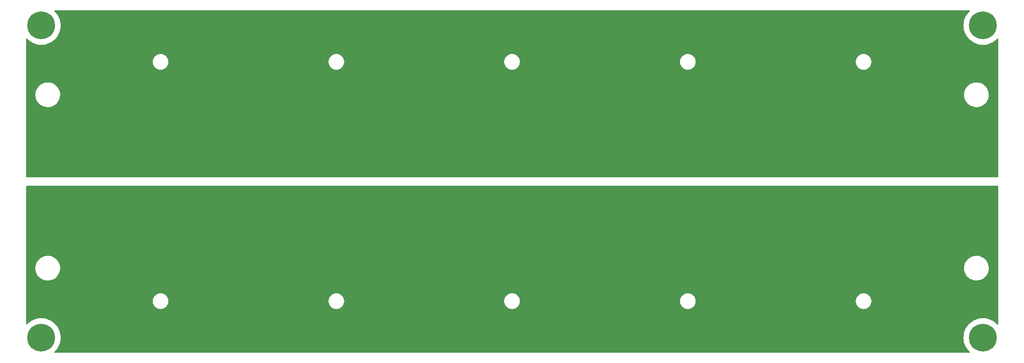
<source format=gbl>
G04 #@! TF.GenerationSoftware,KiCad,Pcbnew,7.0.8*
G04 #@! TF.CreationDate,2023-11-12T21:23:09-08:00*
G04 #@! TF.ProjectId,10p-battery-holder,3130702d-6261-4747-9465-72792d686f6c,V1*
G04 #@! TF.SameCoordinates,Original*
G04 #@! TF.FileFunction,Copper,L2,Bot*
G04 #@! TF.FilePolarity,Positive*
%FSLAX46Y46*%
G04 Gerber Fmt 4.6, Leading zero omitted, Abs format (unit mm)*
G04 Created by KiCad (PCBNEW 7.0.8) date 2023-11-12 21:23:09*
%MOMM*%
%LPD*%
G01*
G04 APERTURE LIST*
G04 #@! TA.AperFunction,ComponentPad*
%ADD10C,0.800000*%
G04 #@! TD*
G04 #@! TA.AperFunction,ComponentPad*
%ADD11C,6.400000*%
G04 #@! TD*
G04 #@! TA.AperFunction,ViaPad*
%ADD12C,0.762000*%
G04 #@! TD*
G04 APERTURE END LIST*
D10*
X258600000Y-126500000D03*
X259302944Y-124802944D03*
X259302944Y-128197056D03*
X261000000Y-124100000D03*
D11*
X261000000Y-126500000D03*
D10*
X261000000Y-128900000D03*
X262697056Y-124802944D03*
X262697056Y-128197056D03*
X263400000Y-126500000D03*
X258600000Y-54500000D03*
X259302944Y-52802944D03*
X259302944Y-56197056D03*
X261000000Y-52100000D03*
D11*
X261000000Y-54500000D03*
D10*
X261000000Y-56900000D03*
X262697056Y-52802944D03*
X262697056Y-56197056D03*
X263400000Y-54500000D03*
X41600000Y-54500000D03*
X42302944Y-52802944D03*
X42302944Y-56197056D03*
X44000000Y-52100000D03*
D11*
X44000000Y-54500000D03*
D10*
X44000000Y-56900000D03*
X45697056Y-52802944D03*
X45697056Y-56197056D03*
X46400000Y-54500000D03*
X41600000Y-126500000D03*
X42302944Y-124802944D03*
X42302944Y-128197056D03*
X44000000Y-124100000D03*
D11*
X44000000Y-126500000D03*
D10*
X44000000Y-128900000D03*
X45697056Y-124802944D03*
X45697056Y-128197056D03*
X46400000Y-126500000D03*
D12*
X52500000Y-75500000D03*
X55000000Y-83000000D03*
X47000000Y-66750000D03*
X60000000Y-52500000D03*
X145000000Y-58000000D03*
X250000000Y-58000000D03*
X252500000Y-60500000D03*
X237500000Y-60500000D03*
X181500000Y-52500000D03*
X117500000Y-85500000D03*
X47000000Y-75750000D03*
X175000000Y-58000000D03*
X67500000Y-80500000D03*
X152500000Y-55500000D03*
X122500000Y-80500000D03*
X62500000Y-70500000D03*
X102500000Y-70500000D03*
X204250000Y-54500000D03*
X170000000Y-88000000D03*
X167500000Y-60500000D03*
X42500000Y-60500000D03*
X85000000Y-88000000D03*
X165000000Y-73000000D03*
X177500000Y-85500000D03*
X155000000Y-73000000D03*
X121000000Y-52500000D03*
X75000000Y-63000000D03*
X172500000Y-70500000D03*
X256500000Y-75750000D03*
X167500000Y-80500000D03*
X177500000Y-80500000D03*
X182500000Y-55500000D03*
X202500000Y-60500000D03*
X258000000Y-75750000D03*
X230000000Y-83000000D03*
X227500000Y-85500000D03*
X160000000Y-58000000D03*
X55000000Y-53000000D03*
X110000000Y-78000000D03*
X132500000Y-55500000D03*
X67500000Y-85500000D03*
X75000000Y-58000000D03*
X140000000Y-88000000D03*
X48500000Y-66750000D03*
X144000000Y-55500000D03*
X124000000Y-53500000D03*
X197500000Y-65500000D03*
X118000000Y-55500000D03*
X220000000Y-73000000D03*
X65000000Y-73000000D03*
X240000000Y-83000000D03*
X90000000Y-83000000D03*
X137500000Y-60500000D03*
X107500000Y-85500000D03*
X162500000Y-65500000D03*
X70000000Y-73000000D03*
X97500000Y-60500000D03*
X200000000Y-73000000D03*
X210000000Y-58000000D03*
X167500000Y-85500000D03*
X200250000Y-52500000D03*
X255000000Y-83000000D03*
X240000000Y-78000000D03*
X205250000Y-55500000D03*
X255000000Y-68250000D03*
X195000000Y-83000000D03*
X162750000Y-55500000D03*
X41000000Y-74250000D03*
X63000000Y-55500000D03*
X165000000Y-63000000D03*
X256500000Y-68250000D03*
X60000000Y-88000000D03*
X190000000Y-88000000D03*
X141000000Y-52500000D03*
X145000000Y-68000000D03*
X140000000Y-53500000D03*
X150000000Y-63000000D03*
X67500000Y-75500000D03*
X62000000Y-54500000D03*
X135000000Y-78000000D03*
X185000000Y-68000000D03*
X130000000Y-73000000D03*
X230000000Y-78000000D03*
X172500000Y-60500000D03*
X152500000Y-75500000D03*
X158750000Y-53500000D03*
X255000000Y-53000000D03*
X92500000Y-75500000D03*
X127500000Y-85500000D03*
X84000000Y-55500000D03*
X127500000Y-55500000D03*
X259500000Y-66750000D03*
X47500000Y-60500000D03*
X130000000Y-58000000D03*
X205000000Y-78000000D03*
X195000000Y-53000000D03*
X180000000Y-68000000D03*
X152500000Y-80500000D03*
X237500000Y-85500000D03*
X132500000Y-60500000D03*
X42500000Y-68250000D03*
X55000000Y-68000000D03*
X222500000Y-70500000D03*
X102500000Y-65500000D03*
X78000000Y-53500000D03*
X225000000Y-58000000D03*
X190000000Y-68000000D03*
X48780468Y-70572377D03*
X100000000Y-88000000D03*
X262500000Y-72750000D03*
X85000000Y-68000000D03*
X115000000Y-58000000D03*
X115000000Y-63000000D03*
X120000000Y-78000000D03*
X217500000Y-55500000D03*
X125000000Y-83000000D03*
X137500000Y-75500000D03*
X41000000Y-75750000D03*
X180000000Y-63000000D03*
X242500000Y-80500000D03*
X117500000Y-60500000D03*
X155000000Y-58000000D03*
X252500000Y-75500000D03*
X41000000Y-71250000D03*
X85000000Y-63000000D03*
X45500000Y-66750000D03*
X157500000Y-85500000D03*
X260000000Y-78000000D03*
X261000000Y-74250000D03*
X105000000Y-73000000D03*
X125000000Y-58000000D03*
X237500000Y-75500000D03*
X42500000Y-74250000D03*
X170000000Y-83000000D03*
X212500000Y-75500000D03*
X217500000Y-85500000D03*
X47000000Y-65250000D03*
X119000000Y-54500000D03*
X180000000Y-73000000D03*
X135000000Y-53000000D03*
X105500000Y-53500000D03*
X225000000Y-83000000D03*
X79000000Y-54500000D03*
X202250000Y-54500000D03*
X237500000Y-55500000D03*
X44000000Y-75750000D03*
X187500000Y-65500000D03*
X192500000Y-80500000D03*
X97500000Y-70500000D03*
X184500000Y-53500000D03*
X104500000Y-54500000D03*
X204250000Y-52500000D03*
X232500000Y-65500000D03*
X141000000Y-54500000D03*
X160000000Y-88000000D03*
X62500000Y-75500000D03*
X264000000Y-71250000D03*
X255000000Y-75750000D03*
X192500000Y-60500000D03*
X232500000Y-75500000D03*
X262500000Y-65250000D03*
X264000000Y-65250000D03*
X79000000Y-52500000D03*
X42500000Y-75750000D03*
X65000000Y-58000000D03*
X222000000Y-54500000D03*
X102500000Y-54500000D03*
X232500000Y-70500000D03*
X77500000Y-60500000D03*
X123000000Y-54500000D03*
X60000000Y-78000000D03*
X182500000Y-85500000D03*
X150000000Y-83000000D03*
X85000000Y-58000000D03*
X242500000Y-70500000D03*
X259500000Y-65250000D03*
X175000000Y-68000000D03*
X159750000Y-52500000D03*
X101500000Y-53500000D03*
X256500000Y-65250000D03*
X132500000Y-65500000D03*
X165000000Y-68000000D03*
X180500000Y-53500000D03*
X195000000Y-88000000D03*
X165000000Y-78000000D03*
X167500000Y-55500000D03*
X222500000Y-75500000D03*
X48250000Y-80500000D03*
X192500000Y-75500000D03*
X41000000Y-72750000D03*
X163750000Y-54500000D03*
X107500000Y-75500000D03*
X80000000Y-68000000D03*
X110000000Y-73000000D03*
X195000000Y-58000000D03*
X60000000Y-54500000D03*
X62000000Y-52500000D03*
X210000000Y-53000000D03*
X255000000Y-63000000D03*
X225000000Y-53500000D03*
X99500000Y-55500000D03*
X81000000Y-52500000D03*
X237500000Y-80500000D03*
X235000000Y-83000000D03*
X110000000Y-88000000D03*
X230000000Y-73000000D03*
X142500000Y-85500000D03*
X222500000Y-85500000D03*
X205000000Y-63000000D03*
X105000000Y-83000000D03*
X240000000Y-88000000D03*
X90000000Y-53000000D03*
X160000000Y-73000000D03*
X205000000Y-83000000D03*
X55000000Y-63000000D03*
X90000000Y-73000000D03*
X41000000Y-68250000D03*
X225000000Y-73000000D03*
X237500000Y-70500000D03*
X72500000Y-60500000D03*
X57500000Y-55500000D03*
X264000000Y-69750000D03*
X207500000Y-65500000D03*
X155000000Y-78000000D03*
X48500000Y-75750000D03*
X47000000Y-74250000D03*
X261000000Y-75750000D03*
X250000000Y-88000000D03*
X230000000Y-63000000D03*
X155000000Y-53000000D03*
X100000000Y-58000000D03*
X182500000Y-80500000D03*
X170000000Y-58000000D03*
X230000000Y-68000000D03*
X87500000Y-75500000D03*
X230000000Y-53000000D03*
X142000000Y-53500000D03*
X155000000Y-63000000D03*
X140000000Y-68000000D03*
X142500000Y-80500000D03*
X262500000Y-74250000D03*
X42500000Y-85500000D03*
X50000000Y-72750000D03*
X187500000Y-60500000D03*
X225000000Y-55500000D03*
X95000000Y-68000000D03*
X125000000Y-68000000D03*
X220000000Y-58000000D03*
X202500000Y-70500000D03*
X112500000Y-70500000D03*
X120000000Y-68000000D03*
X252500000Y-85500000D03*
X235000000Y-68000000D03*
X75000000Y-88000000D03*
X255000000Y-74250000D03*
X127500000Y-75500000D03*
X212500000Y-85500000D03*
X67500000Y-65500000D03*
X115000000Y-68000000D03*
X226000000Y-54500000D03*
X52500000Y-70500000D03*
X99500000Y-53500000D03*
X72500000Y-55500000D03*
X50000000Y-53000000D03*
X80000000Y-78000000D03*
X112500000Y-80500000D03*
X125000000Y-78000000D03*
X160000000Y-63000000D03*
X250000000Y-73000000D03*
X242500000Y-85500000D03*
X90000000Y-68000000D03*
X256500000Y-72750000D03*
X105000000Y-63000000D03*
X50000000Y-78000000D03*
X137500000Y-55500000D03*
X77500000Y-80500000D03*
X112500000Y-85500000D03*
X84000000Y-53500000D03*
X162500000Y-75500000D03*
X109000000Y-63000000D03*
X48250000Y-85500000D03*
X80000000Y-83000000D03*
X177500000Y-60500000D03*
X147500000Y-70500000D03*
X52500000Y-80500000D03*
X65000000Y-55500000D03*
X100500000Y-52500000D03*
X243750000Y-55500000D03*
X210000000Y-83000000D03*
X52500000Y-60500000D03*
X80000000Y-53500000D03*
X50000000Y-74250000D03*
X59000000Y-53500000D03*
X160750000Y-53500000D03*
X199250000Y-55500000D03*
X122500000Y-65500000D03*
X50000000Y-66750000D03*
X201250000Y-55500000D03*
X224000000Y-52500000D03*
X212500000Y-60500000D03*
X187500000Y-85500000D03*
X140000000Y-55500000D03*
X118000000Y-53500000D03*
X107500000Y-65500000D03*
X215000000Y-53000000D03*
X160000000Y-68000000D03*
X87500000Y-65500000D03*
X44000000Y-65250000D03*
X144000000Y-53500000D03*
X103500000Y-55500000D03*
X190000000Y-58000000D03*
X145000000Y-83000000D03*
X75000000Y-73000000D03*
X242500000Y-75500000D03*
X245000000Y-63000000D03*
X177500000Y-65500000D03*
X190000000Y-78000000D03*
X105000000Y-68000000D03*
X240000000Y-63000000D03*
X207500000Y-75500000D03*
X95000000Y-78000000D03*
X117500000Y-70500000D03*
X142000000Y-55500000D03*
X112500000Y-65500000D03*
X130000000Y-88000000D03*
X252500000Y-55500000D03*
X150000000Y-58000000D03*
X172500000Y-65500000D03*
X165000000Y-88000000D03*
X147500000Y-85500000D03*
X222500000Y-60500000D03*
X241750000Y-55500000D03*
X65000000Y-78000000D03*
X197500000Y-75500000D03*
X203250000Y-53500000D03*
X239750000Y-55500000D03*
X210000000Y-88000000D03*
X62500000Y-60500000D03*
X170000000Y-63000000D03*
X120000000Y-63000000D03*
X70000000Y-78000000D03*
X142500000Y-65500000D03*
X264000000Y-74250000D03*
X186500000Y-53500000D03*
X235000000Y-88000000D03*
X44000000Y-74250000D03*
X217500000Y-60500000D03*
X70000000Y-83000000D03*
X82000000Y-53500000D03*
X50000000Y-71250000D03*
X247500000Y-75500000D03*
X115000000Y-83000000D03*
X140000000Y-73000000D03*
X65000000Y-68000000D03*
X60000000Y-73000000D03*
X87500000Y-85500000D03*
X42500000Y-72750000D03*
X232500000Y-80500000D03*
X252500000Y-80500000D03*
X256500000Y-74250000D03*
X147500000Y-80500000D03*
X62500000Y-80500000D03*
X67500000Y-70500000D03*
X152500000Y-65500000D03*
X65000000Y-53500000D03*
X180000000Y-78000000D03*
X100000000Y-83000000D03*
X212500000Y-70500000D03*
X102500000Y-60500000D03*
X110000000Y-53000000D03*
X195000000Y-68000000D03*
X72500000Y-65500000D03*
X235000000Y-78000000D03*
X52500000Y-55500000D03*
X162500000Y-80500000D03*
X205000000Y-73000000D03*
X162750000Y-53500000D03*
X117500000Y-65500000D03*
X95000000Y-73000000D03*
X202250000Y-52500000D03*
X217500000Y-80500000D03*
X170000000Y-73000000D03*
X223000000Y-55500000D03*
X120000000Y-83000000D03*
X255000000Y-71250000D03*
X127500000Y-70500000D03*
X202500000Y-65500000D03*
X240000000Y-68000000D03*
X80000000Y-58000000D03*
X115000000Y-88000000D03*
X180000000Y-58000000D03*
X245750000Y-53500000D03*
X220000000Y-88000000D03*
X245000000Y-68000000D03*
X117500000Y-75500000D03*
X215000000Y-88000000D03*
X41000000Y-69750000D03*
X135000000Y-63000000D03*
X75000000Y-53000000D03*
X92500000Y-60500000D03*
X180000000Y-83000000D03*
X140000000Y-83000000D03*
X186500000Y-55500000D03*
X117500000Y-80500000D03*
X164750000Y-55500000D03*
X70000000Y-88000000D03*
X255000000Y-72750000D03*
X123000000Y-52500000D03*
X257500000Y-60500000D03*
X147500000Y-60500000D03*
X112500000Y-75500000D03*
X245000000Y-83000000D03*
X82500000Y-60500000D03*
X202500000Y-75500000D03*
X50250000Y-83000000D03*
X200000000Y-78000000D03*
X225000000Y-78000000D03*
X177500000Y-70500000D03*
X130000000Y-68000000D03*
X92500000Y-80500000D03*
X50250000Y-88000000D03*
X90000000Y-88000000D03*
X258000000Y-66750000D03*
X146000000Y-55500000D03*
X100500000Y-54500000D03*
X135000000Y-58000000D03*
X72500000Y-70500000D03*
X181500000Y-54500000D03*
X167500000Y-70500000D03*
X227000000Y-53500000D03*
X120000000Y-88000000D03*
X124000000Y-55500000D03*
X120000000Y-55500000D03*
X57500000Y-85500000D03*
X115000000Y-73000000D03*
X252500000Y-65500000D03*
X240750000Y-52500000D03*
X182500000Y-65500000D03*
X70000000Y-68000000D03*
X161750000Y-52500000D03*
X127500000Y-60500000D03*
X64000000Y-54500000D03*
X227500000Y-80500000D03*
X60000000Y-63000000D03*
X48500000Y-74250000D03*
X167500000Y-75500000D03*
X85000000Y-73000000D03*
X43500000Y-83000000D03*
X172500000Y-75500000D03*
X187500000Y-80500000D03*
X226000000Y-52500000D03*
X185000000Y-78000000D03*
X237500000Y-65500000D03*
X207500000Y-60500000D03*
X132500000Y-70500000D03*
X250000000Y-68000000D03*
X110000000Y-83000000D03*
X110000000Y-68000000D03*
X235000000Y-53000000D03*
X217500000Y-70500000D03*
X82000000Y-55500000D03*
X143000000Y-54500000D03*
X190000000Y-53000000D03*
X48500000Y-65250000D03*
X70000000Y-58000000D03*
X264000000Y-72750000D03*
X75000000Y-78000000D03*
X215000000Y-63000000D03*
X112500000Y-55500000D03*
X235000000Y-73000000D03*
X155000000Y-83000000D03*
X100000000Y-63000000D03*
X50000000Y-75750000D03*
X82500000Y-80500000D03*
X185000000Y-88000000D03*
X87500000Y-60500000D03*
X50000000Y-69750000D03*
X232500000Y-55500000D03*
X215000000Y-68000000D03*
X62500000Y-65500000D03*
X261000000Y-65250000D03*
X255000000Y-58000000D03*
X207500000Y-85500000D03*
X225000000Y-63000000D03*
X220000000Y-83000000D03*
X192500000Y-65500000D03*
X147500000Y-65500000D03*
X243750000Y-53500000D03*
X239750000Y-53500000D03*
X177500000Y-55500000D03*
X132500000Y-85500000D03*
X87500000Y-80500000D03*
X175000000Y-73000000D03*
X185000000Y-83000000D03*
X60000000Y-83000000D03*
X232500000Y-85500000D03*
X200000000Y-58000000D03*
X207500000Y-70500000D03*
X207500000Y-55500000D03*
X221000000Y-55500000D03*
X165000000Y-58000000D03*
X236500000Y-63000000D03*
X217500000Y-65500000D03*
X192500000Y-85500000D03*
X43500000Y-88000000D03*
X135000000Y-73000000D03*
X232500000Y-60500000D03*
X157500000Y-65500000D03*
X67500000Y-55500000D03*
X130000000Y-63000000D03*
X245750000Y-55500000D03*
X175000000Y-63000000D03*
X105000000Y-58000000D03*
X104500000Y-52500000D03*
X247500000Y-60500000D03*
X183500000Y-54500000D03*
X150000000Y-73000000D03*
X41000000Y-65250000D03*
X182500000Y-60500000D03*
X157500000Y-70500000D03*
X145000000Y-54500000D03*
X264000000Y-75750000D03*
X143000000Y-52500000D03*
X172500000Y-80500000D03*
X192500000Y-70500000D03*
X217500000Y-75500000D03*
X250000000Y-78000000D03*
X150000000Y-88000000D03*
X130000000Y-78000000D03*
X105500000Y-55500000D03*
X127500000Y-65500000D03*
X77500000Y-75500000D03*
X158750000Y-55500000D03*
X67500000Y-60500000D03*
X185500000Y-52500000D03*
X57500000Y-80500000D03*
X172500000Y-85500000D03*
X100000000Y-68000000D03*
X130000000Y-53000000D03*
X155000000Y-88000000D03*
X197500000Y-60500000D03*
X72500000Y-75500000D03*
X247500000Y-65500000D03*
X122000000Y-55500000D03*
X135000000Y-68000000D03*
X175000000Y-78000000D03*
X115000000Y-53000000D03*
X212500000Y-65500000D03*
X145000000Y-52500000D03*
X197500000Y-80500000D03*
X247500000Y-55500000D03*
X147500000Y-75500000D03*
X95000000Y-53000000D03*
X81000000Y-54500000D03*
X85000000Y-83000000D03*
X197500000Y-85500000D03*
X95000000Y-63000000D03*
X195000000Y-78000000D03*
X190000000Y-63000000D03*
X190000000Y-83000000D03*
X57500000Y-60500000D03*
X107500000Y-60500000D03*
X68500000Y-63000000D03*
X42500000Y-80500000D03*
X170000000Y-53000000D03*
X192500000Y-55500000D03*
X260000000Y-62250000D03*
X80000000Y-88000000D03*
X65000000Y-63000000D03*
X142500000Y-75500000D03*
X258000000Y-65250000D03*
X160000000Y-83000000D03*
X264000000Y-66750000D03*
X103500000Y-53500000D03*
X260000000Y-83000000D03*
X262500000Y-88000000D03*
X80000000Y-73000000D03*
X55000000Y-78000000D03*
X207500000Y-80500000D03*
X212500000Y-55500000D03*
X92500000Y-70500000D03*
X145000000Y-78000000D03*
X162500000Y-70500000D03*
X62500000Y-85500000D03*
X258000000Y-74250000D03*
X202500000Y-80500000D03*
X52500000Y-65500000D03*
X242500000Y-60500000D03*
X150000000Y-78000000D03*
X142500000Y-70500000D03*
X261000000Y-66750000D03*
X210000000Y-73000000D03*
X245000000Y-88000000D03*
X200000000Y-88000000D03*
X122500000Y-85500000D03*
X250000000Y-53000000D03*
X97500000Y-75500000D03*
X77500000Y-85500000D03*
X57500000Y-75500000D03*
X110000000Y-58000000D03*
X172500000Y-55500000D03*
X157500000Y-60500000D03*
X183500000Y-52500000D03*
X77500000Y-70500000D03*
X244750000Y-54500000D03*
X78000000Y-55500000D03*
X140000000Y-78000000D03*
X184500000Y-55500000D03*
X122500000Y-60500000D03*
X245000000Y-78000000D03*
X221000000Y-53500000D03*
X255000000Y-66750000D03*
X220000000Y-63000000D03*
X122500000Y-75500000D03*
X262500000Y-75750000D03*
X83000000Y-54500000D03*
X222500000Y-65500000D03*
X210000000Y-68000000D03*
X100000000Y-73000000D03*
X82500000Y-65500000D03*
X60000000Y-68000000D03*
X42500000Y-66750000D03*
X262500000Y-60500000D03*
X200000000Y-68000000D03*
X170000000Y-78000000D03*
X196000000Y-63000000D03*
X224000000Y-54500000D03*
X220000000Y-78000000D03*
X147500000Y-55500000D03*
X210000000Y-63000000D03*
X85000000Y-78000000D03*
X200000000Y-83000000D03*
X97500000Y-55500000D03*
X127500000Y-80500000D03*
X262780468Y-70572377D03*
X145000000Y-73000000D03*
X48500000Y-72750000D03*
X157500000Y-76000000D03*
X125000000Y-63000000D03*
X61000000Y-55500000D03*
X162500000Y-60500000D03*
X262500000Y-86250000D03*
X65000000Y-83000000D03*
X241750000Y-53500000D03*
X227000000Y-55500000D03*
X42201451Y-70556250D03*
X140000000Y-58000000D03*
X190000000Y-73000000D03*
X64000000Y-52500000D03*
X259500000Y-75750000D03*
X215000000Y-83000000D03*
X115000000Y-78000000D03*
X152500000Y-85500000D03*
X72500000Y-80500000D03*
X175000000Y-53000000D03*
X195000000Y-73000000D03*
X107500000Y-80500000D03*
X102500000Y-52500000D03*
X83000000Y-52500000D03*
X82500000Y-70500000D03*
X155000000Y-68000000D03*
X205000000Y-68000000D03*
X48500000Y-68250000D03*
X107500000Y-70500000D03*
X201250000Y-53500000D03*
X50000000Y-58000000D03*
X77500000Y-65500000D03*
X120000000Y-73000000D03*
X142500000Y-60500000D03*
X240000000Y-73000000D03*
X230000000Y-58000000D03*
X175000000Y-83000000D03*
X82500000Y-85500000D03*
X187500000Y-70500000D03*
X82500000Y-75500000D03*
X97500000Y-65500000D03*
X135000000Y-88000000D03*
X185000000Y-73000000D03*
X182500000Y-75500000D03*
X101500000Y-55500000D03*
X235000000Y-58000000D03*
X70000000Y-53000000D03*
X105000000Y-78000000D03*
X137500000Y-65500000D03*
X90000000Y-58000000D03*
X165000000Y-83000000D03*
X120000000Y-53500000D03*
X162500000Y-85500000D03*
X65000000Y-88000000D03*
X215000000Y-58000000D03*
X137500000Y-85500000D03*
X45500000Y-74250000D03*
X57500000Y-70500000D03*
X137500000Y-70500000D03*
X95000000Y-83000000D03*
X167500000Y-65500000D03*
X120000000Y-58000000D03*
X257500000Y-80500000D03*
X55000000Y-58000000D03*
X215000000Y-78000000D03*
X262500000Y-68250000D03*
X245000000Y-58000000D03*
X125000000Y-88000000D03*
X250000000Y-83000000D03*
X212500000Y-80500000D03*
X247500000Y-85500000D03*
X256500000Y-66750000D03*
X245000000Y-73000000D03*
X119000000Y-52500000D03*
X222500000Y-80500000D03*
X92500000Y-55500000D03*
X161750000Y-54500000D03*
X220000000Y-68000000D03*
X242750000Y-54500000D03*
X122000000Y-53500000D03*
X45000000Y-61500000D03*
X205000000Y-88000000D03*
X160000000Y-78000000D03*
X199250000Y-53500000D03*
X97500000Y-80500000D03*
X182500000Y-70500000D03*
X185500000Y-54500000D03*
X222000000Y-52500000D03*
X203250000Y-55500000D03*
X63000000Y-53500000D03*
X227500000Y-65500000D03*
X223000000Y-53500000D03*
X121000000Y-54500000D03*
X72500000Y-85500000D03*
X59000000Y-55500000D03*
X112500000Y-60500000D03*
X255000000Y-78000000D03*
X145000000Y-63000000D03*
X107500000Y-55500000D03*
X132500000Y-80500000D03*
X185000000Y-58000000D03*
X152500000Y-70500000D03*
X200250000Y-54500000D03*
X102500000Y-80500000D03*
X145000000Y-88000000D03*
X55000000Y-88000000D03*
X90000000Y-63000000D03*
X182500000Y-53500000D03*
X102500000Y-75500000D03*
X44000000Y-66750000D03*
X180000000Y-88000000D03*
X255000000Y-88000000D03*
X159750000Y-54500000D03*
X197500000Y-55500000D03*
X205000000Y-58000000D03*
X247500000Y-70500000D03*
X227500000Y-60500000D03*
X75000000Y-83000000D03*
X41000000Y-66750000D03*
X55000000Y-73000000D03*
X57500000Y-65500000D03*
X45500000Y-75750000D03*
X240750000Y-54500000D03*
X180500000Y-55500000D03*
X255000000Y-69750000D03*
X197500000Y-70500000D03*
X262500000Y-66750000D03*
X92500000Y-85500000D03*
X262500000Y-80500000D03*
X256201451Y-70556250D03*
X264000000Y-68250000D03*
X242500000Y-65500000D03*
X60000000Y-58000000D03*
X227500000Y-70500000D03*
X200000000Y-63000000D03*
X205250000Y-53500000D03*
X92500000Y-65500000D03*
X97500000Y-85500000D03*
X50000000Y-63000000D03*
X150000000Y-53000000D03*
X230000000Y-88000000D03*
X42500000Y-65250000D03*
X164750000Y-53500000D03*
X90000000Y-78000000D03*
X87500000Y-70500000D03*
X146000000Y-53500000D03*
X45500000Y-65250000D03*
X52500000Y-85500000D03*
X225000000Y-68000000D03*
X102500000Y-85500000D03*
X45000000Y-78000000D03*
X240000000Y-58000000D03*
X61000000Y-53500000D03*
X135000000Y-83000000D03*
X244750000Y-52500000D03*
X259500000Y-74250000D03*
X105000000Y-88000000D03*
X247500000Y-80500000D03*
X252500000Y-70500000D03*
X152500000Y-60500000D03*
X185000000Y-63000000D03*
X225000000Y-88000000D03*
X100000000Y-78000000D03*
X157500000Y-80500000D03*
X140000000Y-63000000D03*
X227500000Y-75500000D03*
X87500000Y-55500000D03*
X95000000Y-58000000D03*
X175000000Y-88000000D03*
X130000000Y-83000000D03*
X210000000Y-78000000D03*
X50000000Y-65250000D03*
X242750000Y-52500000D03*
X215000000Y-73000000D03*
X95000000Y-88000000D03*
X80000000Y-55500000D03*
X170000000Y-68000000D03*
X187500000Y-75500000D03*
X150000000Y-68000000D03*
X122500000Y-70500000D03*
X202500000Y-85500000D03*
X75000000Y-68000000D03*
X163750000Y-52500000D03*
X177500000Y-75500000D03*
X125000000Y-73000000D03*
X255000000Y-65250000D03*
X137500000Y-80500000D03*
X160750000Y-55500000D03*
X250000000Y-63000000D03*
X50000000Y-68250000D03*
X132500000Y-75500000D03*
X80000000Y-63000000D03*
X220000000Y-108000000D03*
X225000000Y-98000000D03*
X200250000Y-127500000D03*
X48500000Y-112750000D03*
X264000000Y-115750000D03*
X185000000Y-108000000D03*
X190000000Y-93000000D03*
X240000000Y-98000000D03*
X250000000Y-93000000D03*
X250000000Y-98000000D03*
X256500000Y-114250000D03*
X212500000Y-105500000D03*
X60000000Y-98000000D03*
X195000000Y-123000000D03*
X68500000Y-118000000D03*
X140000000Y-93000000D03*
X160750000Y-126500000D03*
X252500000Y-95500000D03*
X112500000Y-105500000D03*
X87500000Y-120500000D03*
X232500000Y-100500000D03*
X70000000Y-93000000D03*
X137500000Y-115500000D03*
X57500000Y-110500000D03*
X63250000Y-126500000D03*
X258000000Y-115750000D03*
X142500000Y-120500000D03*
X215000000Y-98000000D03*
X90000000Y-93000000D03*
X155000000Y-118000000D03*
X159750000Y-125500000D03*
X52500000Y-100500000D03*
X60250000Y-127500000D03*
X205250000Y-128500000D03*
X197500000Y-110500000D03*
X122500000Y-105500000D03*
X130000000Y-128000000D03*
X50000000Y-123000000D03*
X95000000Y-93000000D03*
X112500000Y-95500000D03*
X170000000Y-113000000D03*
X117500000Y-100500000D03*
X60000000Y-103000000D03*
X80750000Y-127500000D03*
X230000000Y-128000000D03*
X81750000Y-126500000D03*
X210000000Y-93000000D03*
X162500000Y-110500000D03*
X223000000Y-126500000D03*
X192500000Y-120500000D03*
X140000000Y-118000000D03*
X215000000Y-113000000D03*
X264000000Y-112750000D03*
X70000000Y-103000000D03*
X217500000Y-95500000D03*
X167500000Y-120500000D03*
X185000000Y-113000000D03*
X226000000Y-127500000D03*
X44000000Y-114250000D03*
X200000000Y-108000000D03*
X162750000Y-126500000D03*
X227500000Y-115500000D03*
X161750000Y-125500000D03*
X200000000Y-118000000D03*
X95000000Y-98000000D03*
X122250000Y-126500000D03*
X170000000Y-108000000D03*
X222000000Y-127500000D03*
X162500000Y-95500000D03*
X117500000Y-120500000D03*
X230000000Y-108000000D03*
X92500000Y-95500000D03*
X48250000Y-95500000D03*
X245000000Y-108000000D03*
X67500000Y-100500000D03*
X145000000Y-118000000D03*
X200250000Y-125500000D03*
X85000000Y-93000000D03*
X127500000Y-110500000D03*
X72500000Y-105500000D03*
X107500000Y-115500000D03*
X75000000Y-128000000D03*
X262500000Y-112750000D03*
X203250000Y-126500000D03*
X135000000Y-108000000D03*
X85000000Y-113000000D03*
X61250000Y-128500000D03*
X77500000Y-110500000D03*
X122500000Y-120500000D03*
X65000000Y-93000000D03*
X205000000Y-93000000D03*
X121250000Y-127500000D03*
X112500000Y-120500000D03*
X262500000Y-95500000D03*
X72500000Y-110500000D03*
X182500000Y-105500000D03*
X205000000Y-118000000D03*
X212500000Y-100500000D03*
X225000000Y-113000000D03*
X260000000Y-98000000D03*
X262500000Y-100500000D03*
X222000000Y-125500000D03*
X64250000Y-127500000D03*
X97500000Y-120500000D03*
X227500000Y-100500000D03*
X256500000Y-108250000D03*
X150000000Y-128000000D03*
X157500000Y-95500000D03*
X243750000Y-126500000D03*
X207500000Y-100500000D03*
X160000000Y-98000000D03*
X195000000Y-108000000D03*
X172500000Y-95500000D03*
X172500000Y-115500000D03*
X105500000Y-128500000D03*
X45000000Y-103000000D03*
X47000000Y-115750000D03*
X225000000Y-108000000D03*
X70000000Y-108000000D03*
X230000000Y-123000000D03*
X62500000Y-115500000D03*
X150000000Y-103000000D03*
X55000000Y-113000000D03*
X72500000Y-120500000D03*
X92500000Y-105500000D03*
X137500000Y-100500000D03*
X50250000Y-93000000D03*
X203250000Y-128500000D03*
X210000000Y-98000000D03*
X150000000Y-118000000D03*
X202500000Y-105500000D03*
X82500000Y-115500000D03*
X205000000Y-113000000D03*
X60000000Y-113000000D03*
X215000000Y-108000000D03*
X235000000Y-123000000D03*
X95000000Y-123000000D03*
X175000000Y-123000000D03*
X47000000Y-105250000D03*
X165000000Y-113000000D03*
X85000000Y-103000000D03*
X112500000Y-110500000D03*
X79750000Y-128500000D03*
X185000000Y-123000000D03*
X177500000Y-95500000D03*
X42500000Y-105250000D03*
X262500000Y-115750000D03*
X255000000Y-114250000D03*
X102500000Y-105500000D03*
X130000000Y-98000000D03*
X162500000Y-100500000D03*
X44000000Y-115750000D03*
X217500000Y-125500000D03*
X247500000Y-105500000D03*
X147500000Y-95500000D03*
X180500000Y-126500000D03*
X83750000Y-128500000D03*
X52500000Y-125500000D03*
X165000000Y-103000000D03*
X172500000Y-100500000D03*
X202250000Y-125500000D03*
X181500000Y-125500000D03*
X127500000Y-115500000D03*
X65250000Y-126500000D03*
X195000000Y-128000000D03*
X222500000Y-95500000D03*
X162500000Y-120500000D03*
X157500000Y-120500000D03*
X147500000Y-100500000D03*
X185000000Y-98000000D03*
X212500000Y-115500000D03*
X207500000Y-115500000D03*
X212500000Y-120500000D03*
X125000000Y-108000000D03*
X255000000Y-112750000D03*
X245000000Y-113000000D03*
X255000000Y-108250000D03*
X240750000Y-125500000D03*
X67500000Y-120500000D03*
X135000000Y-113000000D03*
X210000000Y-128000000D03*
X240000000Y-123000000D03*
X158750000Y-126500000D03*
X60250000Y-125500000D03*
X50000000Y-105250000D03*
X170000000Y-103000000D03*
X262500000Y-105250000D03*
X217500000Y-115500000D03*
X255000000Y-118000000D03*
X200000000Y-103000000D03*
X50000000Y-128000000D03*
X235000000Y-103000000D03*
X120000000Y-118000000D03*
X123250000Y-125500000D03*
X200000000Y-98000000D03*
X250000000Y-108000000D03*
X72500000Y-100500000D03*
X235000000Y-108000000D03*
X232500000Y-95500000D03*
X177500000Y-105500000D03*
X257500000Y-120500000D03*
X252500000Y-110500000D03*
X78750000Y-127500000D03*
X52500000Y-120500000D03*
X250000000Y-123000000D03*
X259500000Y-115750000D03*
X210000000Y-103000000D03*
X60000000Y-123000000D03*
X77500000Y-120500000D03*
X255000000Y-111250000D03*
X247500000Y-115500000D03*
X70000000Y-128000000D03*
X110000000Y-123000000D03*
X145000000Y-98000000D03*
X155000000Y-123000000D03*
X252500000Y-100500000D03*
X185500000Y-125500000D03*
X252500000Y-115500000D03*
X199250000Y-128500000D03*
X264000000Y-111250000D03*
X184500000Y-128500000D03*
X65000000Y-118000000D03*
X41000000Y-115750000D03*
X175000000Y-98000000D03*
X120000000Y-98000000D03*
X90000000Y-98000000D03*
X100000000Y-93000000D03*
X222500000Y-105500000D03*
X242500000Y-120500000D03*
X225000000Y-123000000D03*
X220000000Y-113000000D03*
X92500000Y-100500000D03*
X72500000Y-95500000D03*
X90000000Y-123000000D03*
X110000000Y-128000000D03*
X240000000Y-103000000D03*
X80000000Y-108000000D03*
X187500000Y-115500000D03*
X105500000Y-126500000D03*
X167500000Y-105500000D03*
X225000000Y-126500000D03*
X250000000Y-103000000D03*
X222500000Y-100500000D03*
X240000000Y-93000000D03*
X150000000Y-113000000D03*
X247500000Y-125500000D03*
X205000000Y-108000000D03*
X60000000Y-108000000D03*
X85000000Y-98000000D03*
X204250000Y-127500000D03*
X222500000Y-115500000D03*
X57500000Y-105500000D03*
X222500000Y-110500000D03*
X157500000Y-125500000D03*
X70000000Y-98000000D03*
X177500000Y-100500000D03*
X190000000Y-113000000D03*
X125000000Y-103000000D03*
X242750000Y-127500000D03*
X99500000Y-128500000D03*
X45000000Y-118750000D03*
X237500000Y-105500000D03*
X140000000Y-128500000D03*
X135000000Y-98000000D03*
X217500000Y-100500000D03*
X197500000Y-115500000D03*
X97500000Y-105500000D03*
X120250000Y-126500000D03*
X187500000Y-105500000D03*
X127500000Y-125500000D03*
X190000000Y-128000000D03*
X75000000Y-103000000D03*
X50000000Y-109750000D03*
X230000000Y-113000000D03*
X52500000Y-115500000D03*
X183500000Y-127500000D03*
X197500000Y-120500000D03*
X42500000Y-115750000D03*
X90000000Y-118000000D03*
X75000000Y-113000000D03*
X181500000Y-127500000D03*
X182500000Y-115500000D03*
X122250000Y-128500000D03*
X237500000Y-95500000D03*
X241750000Y-126500000D03*
X57500000Y-100500000D03*
X264000000Y-105250000D03*
X172500000Y-105500000D03*
X127500000Y-120500000D03*
X172500000Y-110500000D03*
X212500000Y-125500000D03*
X120000000Y-108000000D03*
X135000000Y-103000000D03*
X42201451Y-110556250D03*
X120000000Y-113000000D03*
X239750000Y-126500000D03*
X122500000Y-115500000D03*
X143000000Y-127500000D03*
X119250000Y-125500000D03*
X247500000Y-95500000D03*
X145000000Y-93000000D03*
X140000000Y-108000000D03*
X75000000Y-123000000D03*
X61250000Y-126500000D03*
X77500000Y-115500000D03*
X140000000Y-126500000D03*
X223000000Y-128500000D03*
X187500000Y-95500000D03*
X82500000Y-95500000D03*
X220000000Y-93000000D03*
X264000000Y-106750000D03*
X177500000Y-110500000D03*
X217500000Y-120500000D03*
X232500000Y-105500000D03*
X50000000Y-112750000D03*
X55000000Y-93000000D03*
X130000000Y-103000000D03*
X82750000Y-127500000D03*
X177500000Y-115500000D03*
X41000000Y-111250000D03*
X144000000Y-128500000D03*
X220000000Y-118000000D03*
X120000000Y-93000000D03*
X97500000Y-125500000D03*
X62500000Y-105500000D03*
X163750000Y-127500000D03*
X225000000Y-103000000D03*
X175000000Y-103000000D03*
X215000000Y-103000000D03*
X162500000Y-115500000D03*
X252500000Y-120500000D03*
X150000000Y-93000000D03*
X123250000Y-127500000D03*
X100000000Y-118000000D03*
X118250000Y-126500000D03*
X170000000Y-128000000D03*
X260000000Y-103000000D03*
X50000000Y-103000000D03*
X264000000Y-108250000D03*
X115000000Y-113000000D03*
X145000000Y-123000000D03*
X97500000Y-95500000D03*
X125000000Y-118000000D03*
X237500000Y-120500000D03*
X79750000Y-126500000D03*
X235000000Y-98000000D03*
X60000000Y-118000000D03*
X175000000Y-93000000D03*
X50000000Y-118000000D03*
X255000000Y-109750000D03*
X163750000Y-125500000D03*
X102500000Y-110500000D03*
X44000000Y-105250000D03*
X75000000Y-118000000D03*
X107500000Y-125500000D03*
X77750000Y-128500000D03*
X180000000Y-98000000D03*
X227000000Y-126500000D03*
X261000000Y-115750000D03*
X155000000Y-98000000D03*
X264000000Y-114250000D03*
X50000000Y-98000000D03*
X230000000Y-93000000D03*
X102500000Y-125500000D03*
X52500000Y-110500000D03*
X48500000Y-114250000D03*
X215000000Y-93000000D03*
X100000000Y-123000000D03*
X87500000Y-110500000D03*
X177500000Y-125500000D03*
X207500000Y-95500000D03*
X80000000Y-113000000D03*
X110000000Y-93000000D03*
X124250000Y-126500000D03*
X72500000Y-125500000D03*
X41000000Y-109750000D03*
X132500000Y-115500000D03*
X245000000Y-103000000D03*
X187500000Y-120500000D03*
X195000000Y-113000000D03*
X99500000Y-126500000D03*
X225000000Y-128500000D03*
X85000000Y-118000000D03*
X259500000Y-106750000D03*
X162750000Y-128500000D03*
X207500000Y-105500000D03*
X227000000Y-128500000D03*
X202500000Y-115500000D03*
X165000000Y-123000000D03*
X120250000Y-128500000D03*
X247500000Y-120500000D03*
X117500000Y-110500000D03*
X82750000Y-125500000D03*
X70000000Y-123000000D03*
X112500000Y-115500000D03*
X87500000Y-95500000D03*
X47500000Y-100500000D03*
X250000000Y-128000000D03*
X112500000Y-125500000D03*
X256201451Y-110556250D03*
X130000000Y-93000000D03*
X82500000Y-105500000D03*
X80000000Y-123000000D03*
X57500000Y-95500000D03*
X237500000Y-110500000D03*
X102500000Y-95500000D03*
X59250000Y-128500000D03*
X255000000Y-115750000D03*
X41000000Y-106750000D03*
X77500000Y-100500000D03*
X256500000Y-106750000D03*
X210000000Y-113000000D03*
X144000000Y-126500000D03*
X165000000Y-98000000D03*
X101500000Y-126500000D03*
X92500000Y-115500000D03*
X200000000Y-113000000D03*
X152500000Y-120500000D03*
X215000000Y-123000000D03*
X120000000Y-103000000D03*
X104500000Y-127500000D03*
X122500000Y-110500000D03*
X107500000Y-110500000D03*
X97500000Y-110500000D03*
X142500000Y-100500000D03*
X55000000Y-98000000D03*
X230000000Y-118000000D03*
X244750000Y-125500000D03*
X230000000Y-98000000D03*
X45500000Y-114250000D03*
X67500000Y-125500000D03*
X180000000Y-103000000D03*
X132500000Y-120500000D03*
X48780468Y-110572377D03*
X42500000Y-112750000D03*
X127500000Y-100500000D03*
X90000000Y-113000000D03*
X242500000Y-115500000D03*
X43500000Y-98000000D03*
X90000000Y-108000000D03*
X180000000Y-93000000D03*
X170000000Y-118000000D03*
X122500000Y-95500000D03*
X117500000Y-95500000D03*
X146000000Y-126500000D03*
X145000000Y-125500000D03*
X102500000Y-127500000D03*
X115000000Y-128000000D03*
X177500000Y-120500000D03*
X48500000Y-115750000D03*
X175000000Y-118000000D03*
X41000000Y-114250000D03*
X65250000Y-128500000D03*
X146000000Y-128500000D03*
X245750000Y-126500000D03*
X72500000Y-115500000D03*
X150000000Y-108000000D03*
X202250000Y-127500000D03*
X142500000Y-110500000D03*
X182500000Y-126500000D03*
X87500000Y-100500000D03*
X105000000Y-103000000D03*
X65000000Y-113000000D03*
X199250000Y-126500000D03*
X207500000Y-120500000D03*
X210000000Y-118000000D03*
X197500000Y-95500000D03*
X157500000Y-100500000D03*
X255000000Y-103000000D03*
X127500000Y-105500000D03*
X212500000Y-110500000D03*
X167500000Y-100500000D03*
X41000000Y-112750000D03*
X164750000Y-126500000D03*
X187500000Y-100500000D03*
X202500000Y-100500000D03*
X152500000Y-115500000D03*
X65000000Y-98000000D03*
X150000000Y-98000000D03*
X152500000Y-100500000D03*
X105000000Y-118000000D03*
X60000000Y-93000000D03*
X245750000Y-128500000D03*
X250000000Y-118000000D03*
X103500000Y-126500000D03*
X200000000Y-93000000D03*
X185000000Y-118000000D03*
X200000000Y-123000000D03*
X41000000Y-105250000D03*
X152500000Y-125500000D03*
X175000000Y-113000000D03*
X180000000Y-118000000D03*
X167500000Y-110500000D03*
X52500000Y-105500000D03*
X141000000Y-127500000D03*
X50000000Y-114250000D03*
X120000000Y-123000000D03*
X122500000Y-100500000D03*
X256500000Y-115750000D03*
X125000000Y-98000000D03*
X118250000Y-128500000D03*
X95000000Y-108000000D03*
X80000000Y-98000000D03*
X124250000Y-128500000D03*
X101500000Y-128500000D03*
X180000000Y-123000000D03*
X152500000Y-105500000D03*
X145000000Y-108000000D03*
X52500000Y-95500000D03*
X250000000Y-113000000D03*
X117500000Y-105500000D03*
X255000000Y-123000000D03*
X121250000Y-125500000D03*
X137500000Y-105500000D03*
X115000000Y-103000000D03*
X261000000Y-114250000D03*
X207500000Y-125500000D03*
X47000000Y-106750000D03*
X67500000Y-95500000D03*
X62500000Y-100500000D03*
X205250000Y-126500000D03*
X184500000Y-126500000D03*
X143000000Y-125500000D03*
X105000000Y-123000000D03*
X201250000Y-128500000D03*
X85000000Y-108000000D03*
X105000000Y-108000000D03*
X130000000Y-123000000D03*
X48500000Y-108250000D03*
X50000000Y-106750000D03*
X232500000Y-110500000D03*
X259500000Y-114250000D03*
X140000000Y-103000000D03*
X80750000Y-125500000D03*
X50000000Y-108250000D03*
X240000000Y-118000000D03*
X102500000Y-120500000D03*
X65000000Y-108000000D03*
X261000000Y-105250000D03*
X165000000Y-108000000D03*
X87500000Y-125500000D03*
X48500000Y-106750000D03*
X167500000Y-115500000D03*
X221000000Y-128500000D03*
X262500000Y-114250000D03*
X227500000Y-105500000D03*
X105000000Y-93000000D03*
X257500000Y-100500000D03*
X242500000Y-100500000D03*
X100000000Y-103000000D03*
X221000000Y-126500000D03*
X210000000Y-108000000D03*
X182500000Y-110500000D03*
X175000000Y-128000000D03*
X100000000Y-98000000D03*
X183500000Y-125500000D03*
X137500000Y-120500000D03*
X119250000Y-127500000D03*
X135000000Y-118000000D03*
X132500000Y-95500000D03*
X42500000Y-100500000D03*
X240000000Y-113000000D03*
X242500000Y-110500000D03*
X201250000Y-126500000D03*
X142000000Y-126500000D03*
X252500000Y-125500000D03*
X130000000Y-113000000D03*
X145000000Y-113000000D03*
X187500000Y-110500000D03*
X107500000Y-95500000D03*
X160000000Y-113000000D03*
X41000000Y-108250000D03*
X217500000Y-105500000D03*
X182500000Y-120500000D03*
X252500000Y-105500000D03*
X82500000Y-100500000D03*
X190000000Y-108000000D03*
X135000000Y-93000000D03*
X157500000Y-115500000D03*
X160000000Y-93000000D03*
X145000000Y-103000000D03*
X55000000Y-118000000D03*
X104500000Y-125500000D03*
X97500000Y-115500000D03*
X237500000Y-115500000D03*
X55000000Y-103000000D03*
X95000000Y-103000000D03*
X155000000Y-93000000D03*
X103500000Y-128500000D03*
X67500000Y-115500000D03*
X240750000Y-127500000D03*
X230000000Y-103000000D03*
X170000000Y-93000000D03*
X62500000Y-120500000D03*
X45500000Y-105250000D03*
X50000000Y-115750000D03*
X125000000Y-123000000D03*
X100500000Y-127500000D03*
X197500000Y-125500000D03*
X160000000Y-118000000D03*
X185000000Y-93000000D03*
X245000000Y-93000000D03*
X160750000Y-128500000D03*
X81750000Y-128500000D03*
X80000000Y-118000000D03*
X90000000Y-103000000D03*
X42500000Y-106750000D03*
X157500000Y-110500000D03*
X108500000Y-118000000D03*
X260000000Y-118750000D03*
X232500000Y-115500000D03*
X225000000Y-118000000D03*
X244750000Y-127500000D03*
X167500000Y-95500000D03*
X232500000Y-120500000D03*
X57500000Y-125500000D03*
X82500000Y-110500000D03*
X62500000Y-95500000D03*
X220000000Y-123000000D03*
X55000000Y-123000000D03*
X82500000Y-120500000D03*
X170000000Y-98000000D03*
X92500000Y-125500000D03*
X42500000Y-108250000D03*
X55000000Y-128000000D03*
X205000000Y-123000000D03*
X140000000Y-113000000D03*
X247500000Y-110500000D03*
X115000000Y-123000000D03*
X180500000Y-128500000D03*
X212500000Y-95500000D03*
X155000000Y-103000000D03*
X110000000Y-103000000D03*
X215000000Y-118000000D03*
X150000000Y-123000000D03*
X182500000Y-100500000D03*
X202500000Y-120500000D03*
X227500000Y-95500000D03*
X242750000Y-125500000D03*
X197500000Y-100500000D03*
X159750000Y-127500000D03*
X102500000Y-115500000D03*
X192500000Y-125500000D03*
X75000000Y-93000000D03*
X105000000Y-98000000D03*
X262500000Y-120500000D03*
X67500000Y-110500000D03*
X258000000Y-106750000D03*
X258000000Y-105250000D03*
X48500000Y-105250000D03*
X235000000Y-128000000D03*
X137500000Y-125500000D03*
X185000000Y-103000000D03*
X64250000Y-125500000D03*
X237500000Y-125500000D03*
X190000000Y-123000000D03*
X140000000Y-123000000D03*
X180000000Y-108000000D03*
X130000000Y-108000000D03*
X75000000Y-108000000D03*
X115000000Y-98000000D03*
X47500000Y-120500000D03*
X130000000Y-118000000D03*
X162500000Y-105500000D03*
X142000000Y-128500000D03*
X102500000Y-100500000D03*
X255000000Y-128000000D03*
X237500000Y-100500000D03*
X142500000Y-105500000D03*
X262500000Y-108250000D03*
X160000000Y-108000000D03*
X205000000Y-103000000D03*
X50000000Y-111250000D03*
X42500000Y-95500000D03*
X83750000Y-126500000D03*
X227500000Y-110500000D03*
X145000000Y-127500000D03*
X57500000Y-120500000D03*
X100000000Y-113000000D03*
X247500000Y-100500000D03*
X67500000Y-105500000D03*
X256500000Y-105250000D03*
X155000000Y-128000000D03*
X95000000Y-113000000D03*
X80000000Y-93000000D03*
X160000000Y-123000000D03*
X204250000Y-125500000D03*
X245000000Y-123000000D03*
X65000000Y-103000000D03*
X202500000Y-95500000D03*
X225000000Y-93000000D03*
X235000000Y-113000000D03*
X232500000Y-125500000D03*
X215000000Y-128000000D03*
X92500000Y-120500000D03*
X100500000Y-125500000D03*
X157500000Y-105500000D03*
X220000000Y-98000000D03*
X132500000Y-100500000D03*
X95000000Y-128000000D03*
X186500000Y-128500000D03*
X140000000Y-98000000D03*
X57500000Y-115500000D03*
X186500000Y-126500000D03*
X197500000Y-105500000D03*
X95000000Y-118000000D03*
X92500000Y-110500000D03*
X160000000Y-103000000D03*
X255000000Y-98000000D03*
X262780468Y-110572377D03*
X43500000Y-93000000D03*
X182500000Y-95500000D03*
X152500000Y-110500000D03*
X165000000Y-118000000D03*
X42500000Y-120500000D03*
X137500000Y-110500000D03*
X80000000Y-103000000D03*
X65000000Y-123000000D03*
X45500000Y-106750000D03*
X242500000Y-105500000D03*
X125000000Y-113000000D03*
X44000000Y-106750000D03*
X264000000Y-109750000D03*
X245000000Y-98000000D03*
X164750000Y-128500000D03*
X127500000Y-95500000D03*
X207500000Y-110500000D03*
X172500000Y-125500000D03*
X182500000Y-128500000D03*
X258000000Y-114250000D03*
X105000000Y-113000000D03*
X262500000Y-106750000D03*
X85000000Y-123000000D03*
X141000000Y-125500000D03*
X195000000Y-93000000D03*
X62500000Y-110500000D03*
X59250000Y-126500000D03*
X77500000Y-105500000D03*
X77500000Y-95500000D03*
X107500000Y-105500000D03*
X42500000Y-114250000D03*
X90000000Y-128000000D03*
X170000000Y-123000000D03*
X242500000Y-95500000D03*
X180000000Y-113000000D03*
X192500000Y-110500000D03*
X195000000Y-98000000D03*
X235000000Y-93000000D03*
X165000000Y-93000000D03*
X243750000Y-128500000D03*
X224000000Y-127500000D03*
X45500000Y-115750000D03*
X210000000Y-123000000D03*
X259500000Y-105250000D03*
X47000000Y-114250000D03*
X205000000Y-98000000D03*
X107500000Y-100500000D03*
X222500000Y-120500000D03*
X172500000Y-120500000D03*
X117500000Y-115500000D03*
X236500000Y-118000000D03*
X185500000Y-127500000D03*
X190000000Y-118000000D03*
X195500000Y-118000000D03*
X87500000Y-115500000D03*
X132500000Y-105500000D03*
X55000000Y-108000000D03*
X115000000Y-118000000D03*
X135000000Y-123000000D03*
X142500000Y-95500000D03*
X142500000Y-115500000D03*
X255000000Y-105250000D03*
X87500000Y-105500000D03*
X241750000Y-128500000D03*
X132500000Y-110500000D03*
X110000000Y-98000000D03*
X192500000Y-105500000D03*
X63250000Y-128500000D03*
X256500000Y-112750000D03*
X75000000Y-98000000D03*
X125000000Y-93000000D03*
X155000000Y-113000000D03*
X195000000Y-103000000D03*
X115000000Y-108000000D03*
X70000000Y-113000000D03*
X190000000Y-98000000D03*
X135000000Y-128000000D03*
X217500000Y-110500000D03*
X115000000Y-93000000D03*
X137500000Y-95500000D03*
X110000000Y-108000000D03*
X78750000Y-125500000D03*
X227500000Y-120500000D03*
X202500000Y-110500000D03*
X245000000Y-118000000D03*
X239750000Y-128500000D03*
X161750000Y-127500000D03*
X158750000Y-128500000D03*
X155000000Y-108000000D03*
X167500000Y-125500000D03*
X255000000Y-106750000D03*
X107500000Y-120500000D03*
X220000000Y-103000000D03*
X175000000Y-108000000D03*
X240000000Y-108000000D03*
X192500000Y-95500000D03*
X132500000Y-125500000D03*
X192500000Y-100500000D03*
X190000000Y-103000000D03*
X100000000Y-108000000D03*
X110000000Y-113000000D03*
X77750000Y-126500000D03*
X97500000Y-100500000D03*
X62250000Y-125500000D03*
X152500000Y-95500000D03*
X261000000Y-106750000D03*
X62250000Y-127500000D03*
X112500000Y-100500000D03*
X192500000Y-115500000D03*
X224000000Y-125500000D03*
X226000000Y-125500000D03*
G04 #@! TA.AperFunction,Conductor*
G36*
X264442539Y-91519685D02*
G01*
X264488294Y-91572489D01*
X264499500Y-91624000D01*
X264499500Y-123379538D01*
X264479815Y-123446577D01*
X264427011Y-123492332D01*
X264357853Y-123502276D01*
X264294297Y-123473251D01*
X264281788Y-123460741D01*
X264239131Y-123411514D01*
X264239129Y-123411511D01*
X264224103Y-123397184D01*
X263930874Y-123117591D01*
X263930860Y-123117579D01*
X263596086Y-122854309D01*
X263406299Y-122732341D01*
X263237785Y-122624044D01*
X262859219Y-122428879D01*
X262859217Y-122428878D01*
X262463816Y-122270584D01*
X262463804Y-122270580D01*
X262055160Y-122150591D01*
X262055143Y-122150587D01*
X261636955Y-122069988D01*
X261636943Y-122069986D01*
X261495612Y-122056490D01*
X261212956Y-122029500D01*
X260787044Y-122029500D01*
X260532653Y-122053791D01*
X260363056Y-122069986D01*
X260363044Y-122069988D01*
X259944856Y-122150587D01*
X259944839Y-122150591D01*
X259536195Y-122270580D01*
X259536183Y-122270584D01*
X259140773Y-122428881D01*
X258762231Y-122624035D01*
X258762223Y-122624039D01*
X258403913Y-122854309D01*
X258069139Y-123117579D01*
X258069125Y-123117591D01*
X257760875Y-123411506D01*
X257481964Y-123733387D01*
X257234921Y-124080310D01*
X257234915Y-124080319D01*
X257021960Y-124449167D01*
X257021952Y-124449183D01*
X256845028Y-124836588D01*
X256845021Y-124836606D01*
X256705726Y-125239074D01*
X256705723Y-125239085D01*
X256605310Y-125652991D01*
X256544697Y-126074565D01*
X256524431Y-126500000D01*
X256544697Y-126925434D01*
X256605310Y-127347008D01*
X256705723Y-127760914D01*
X256705726Y-127760925D01*
X256845021Y-128163393D01*
X256845028Y-128163411D01*
X257021952Y-128550816D01*
X257021960Y-128550832D01*
X257234915Y-128919680D01*
X257234921Y-128919689D01*
X257464681Y-129242341D01*
X257481965Y-129266613D01*
X257760878Y-129588496D01*
X257967762Y-129785759D01*
X258002696Y-129846266D01*
X257999371Y-129916056D01*
X257958843Y-129972970D01*
X257893978Y-129998938D01*
X257882191Y-129999500D01*
X47117809Y-129999500D01*
X47050770Y-129979815D01*
X47005015Y-129927011D01*
X46995071Y-129857853D01*
X47024096Y-129794297D01*
X47032228Y-129785767D01*
X47239122Y-129588496D01*
X47518035Y-129266613D01*
X47765088Y-128919675D01*
X47978044Y-128550824D01*
X48072788Y-128343363D01*
X48154971Y-128163411D01*
X48154978Y-128163393D01*
X48294273Y-127760925D01*
X48294273Y-127760922D01*
X48294277Y-127760913D01*
X48394690Y-127347007D01*
X48455303Y-126925430D01*
X48475569Y-126500000D01*
X48455303Y-126074570D01*
X48394690Y-125652993D01*
X48294277Y-125239087D01*
X48294273Y-125239074D01*
X48154978Y-124836606D01*
X48154971Y-124836588D01*
X47978047Y-124449183D01*
X47978044Y-124449176D01*
X47765088Y-124080325D01*
X47765084Y-124080319D01*
X47765078Y-124080310D01*
X47518035Y-123733387D01*
X47239124Y-123411506D01*
X47224103Y-123397184D01*
X46930874Y-123117591D01*
X46930860Y-123117579D01*
X46596086Y-122854309D01*
X46406299Y-122732341D01*
X46237785Y-122624044D01*
X45859219Y-122428879D01*
X45859217Y-122428878D01*
X45463816Y-122270584D01*
X45463804Y-122270580D01*
X45055160Y-122150591D01*
X45055143Y-122150587D01*
X44636955Y-122069988D01*
X44636943Y-122069986D01*
X44495612Y-122056490D01*
X44212956Y-122029500D01*
X43787044Y-122029500D01*
X43532653Y-122053791D01*
X43363056Y-122069986D01*
X43363044Y-122069988D01*
X42944856Y-122150587D01*
X42944839Y-122150591D01*
X42536195Y-122270580D01*
X42536183Y-122270584D01*
X42140773Y-122428881D01*
X41762231Y-122624035D01*
X41762223Y-122624039D01*
X41403913Y-122854309D01*
X41069139Y-123117579D01*
X41069125Y-123117591D01*
X40760870Y-123411511D01*
X40760868Y-123411514D01*
X40718212Y-123460741D01*
X40659434Y-123498515D01*
X40589564Y-123498515D01*
X40530786Y-123460740D01*
X40501762Y-123397184D01*
X40500500Y-123379538D01*
X40500500Y-118234936D01*
X69699500Y-118234936D01*
X69739718Y-118501767D01*
X69739720Y-118501773D01*
X69819262Y-118759641D01*
X69936346Y-119002769D01*
X70088365Y-119225741D01*
X70271910Y-119423557D01*
X70271914Y-119423560D01*
X70271915Y-119423561D01*
X70482898Y-119591815D01*
X70716602Y-119726743D01*
X70967805Y-119825334D01*
X71230897Y-119885383D01*
X71259715Y-119887542D01*
X71432618Y-119900500D01*
X71432624Y-119900500D01*
X71567382Y-119900500D01*
X71718671Y-119889162D01*
X71769103Y-119885383D01*
X72032195Y-119825334D01*
X72283398Y-119726743D01*
X72517102Y-119591815D01*
X72728085Y-119423561D01*
X72911635Y-119225741D01*
X73063651Y-119002775D01*
X73180738Y-118759641D01*
X73260280Y-118501772D01*
X73300499Y-118234936D01*
X110199500Y-118234936D01*
X110239718Y-118501767D01*
X110239720Y-118501773D01*
X110319262Y-118759641D01*
X110436346Y-119002769D01*
X110588365Y-119225741D01*
X110771910Y-119423557D01*
X110771914Y-119423560D01*
X110771915Y-119423561D01*
X110982898Y-119591815D01*
X111216602Y-119726743D01*
X111467805Y-119825334D01*
X111730897Y-119885383D01*
X111759715Y-119887542D01*
X111932618Y-119900500D01*
X111932624Y-119900500D01*
X112067382Y-119900500D01*
X112218671Y-119889162D01*
X112269103Y-119885383D01*
X112532195Y-119825334D01*
X112783398Y-119726743D01*
X113017102Y-119591815D01*
X113228085Y-119423561D01*
X113411635Y-119225741D01*
X113563651Y-119002775D01*
X113680738Y-118759641D01*
X113760280Y-118501772D01*
X113800499Y-118234936D01*
X150699500Y-118234936D01*
X150739718Y-118501767D01*
X150739720Y-118501773D01*
X150819262Y-118759641D01*
X150936346Y-119002769D01*
X151088365Y-119225741D01*
X151271910Y-119423557D01*
X151271914Y-119423560D01*
X151271915Y-119423561D01*
X151482898Y-119591815D01*
X151716602Y-119726743D01*
X151967805Y-119825334D01*
X152230897Y-119885383D01*
X152259715Y-119887542D01*
X152432618Y-119900500D01*
X152432624Y-119900500D01*
X152567382Y-119900500D01*
X152718671Y-119889162D01*
X152769103Y-119885383D01*
X153032195Y-119825334D01*
X153283398Y-119726743D01*
X153517102Y-119591815D01*
X153728085Y-119423561D01*
X153911635Y-119225741D01*
X154063651Y-119002775D01*
X154180738Y-118759641D01*
X154260280Y-118501772D01*
X154300499Y-118234936D01*
X191199500Y-118234936D01*
X191239718Y-118501767D01*
X191239720Y-118501773D01*
X191319262Y-118759641D01*
X191436346Y-119002769D01*
X191588365Y-119225741D01*
X191771910Y-119423557D01*
X191771914Y-119423560D01*
X191771915Y-119423561D01*
X191982898Y-119591815D01*
X192216602Y-119726743D01*
X192467805Y-119825334D01*
X192730897Y-119885383D01*
X192759715Y-119887542D01*
X192932618Y-119900500D01*
X192932624Y-119900500D01*
X193067382Y-119900500D01*
X193218671Y-119889162D01*
X193269103Y-119885383D01*
X193532195Y-119825334D01*
X193783398Y-119726743D01*
X194017102Y-119591815D01*
X194228085Y-119423561D01*
X194411635Y-119225741D01*
X194563651Y-119002775D01*
X194680738Y-118759641D01*
X194760280Y-118501772D01*
X194800499Y-118234936D01*
X231699500Y-118234936D01*
X231739718Y-118501767D01*
X231739720Y-118501773D01*
X231819262Y-118759641D01*
X231936346Y-119002769D01*
X232088365Y-119225741D01*
X232271910Y-119423557D01*
X232271914Y-119423560D01*
X232271915Y-119423561D01*
X232482898Y-119591815D01*
X232716602Y-119726743D01*
X232967805Y-119825334D01*
X233230897Y-119885383D01*
X233259715Y-119887542D01*
X233432618Y-119900500D01*
X233432624Y-119900500D01*
X233567382Y-119900500D01*
X233718671Y-119889162D01*
X233769103Y-119885383D01*
X234032195Y-119825334D01*
X234283398Y-119726743D01*
X234517102Y-119591815D01*
X234728085Y-119423561D01*
X234911635Y-119225741D01*
X235063651Y-119002775D01*
X235180738Y-118759641D01*
X235260280Y-118501772D01*
X235300500Y-118234929D01*
X235300500Y-117965071D01*
X235260280Y-117698228D01*
X235180738Y-117440359D01*
X235063651Y-117197226D01*
X234911635Y-116974259D01*
X234901358Y-116963183D01*
X234728089Y-116776442D01*
X234687509Y-116744080D01*
X234517102Y-116608185D01*
X234283398Y-116473257D01*
X234283396Y-116473256D01*
X234032195Y-116374666D01*
X234032188Y-116374664D01*
X233769101Y-116314616D01*
X233567382Y-116299500D01*
X233567376Y-116299500D01*
X233432624Y-116299500D01*
X233432618Y-116299500D01*
X233230898Y-116314616D01*
X232967811Y-116374664D01*
X232967804Y-116374666D01*
X232716603Y-116473256D01*
X232716599Y-116473258D01*
X232482898Y-116608185D01*
X232271910Y-116776442D01*
X232088365Y-116974258D01*
X231936345Y-117197231D01*
X231936344Y-117197232D01*
X231819263Y-117440355D01*
X231739720Y-117698226D01*
X231739718Y-117698232D01*
X231699500Y-117965063D01*
X231699500Y-118234936D01*
X194800499Y-118234936D01*
X194800500Y-118234929D01*
X194800500Y-117965071D01*
X194760280Y-117698228D01*
X194680738Y-117440359D01*
X194563651Y-117197226D01*
X194411635Y-116974259D01*
X194401358Y-116963183D01*
X194228089Y-116776442D01*
X194187509Y-116744080D01*
X194017102Y-116608185D01*
X193783398Y-116473257D01*
X193783396Y-116473256D01*
X193532195Y-116374666D01*
X193532188Y-116374664D01*
X193269101Y-116314616D01*
X193067382Y-116299500D01*
X193067376Y-116299500D01*
X192932624Y-116299500D01*
X192932618Y-116299500D01*
X192730898Y-116314616D01*
X192467811Y-116374664D01*
X192467804Y-116374666D01*
X192216603Y-116473256D01*
X192216599Y-116473258D01*
X191982898Y-116608185D01*
X191771910Y-116776442D01*
X191588365Y-116974258D01*
X191436345Y-117197231D01*
X191436344Y-117197232D01*
X191319263Y-117440355D01*
X191239720Y-117698226D01*
X191239718Y-117698232D01*
X191199500Y-117965063D01*
X191199500Y-118234936D01*
X154300499Y-118234936D01*
X154300500Y-118234929D01*
X154300500Y-117965071D01*
X154260280Y-117698228D01*
X154180738Y-117440359D01*
X154063651Y-117197226D01*
X153911635Y-116974259D01*
X153901358Y-116963183D01*
X153728089Y-116776442D01*
X153687509Y-116744080D01*
X153517102Y-116608185D01*
X153283398Y-116473257D01*
X153283396Y-116473256D01*
X153032195Y-116374666D01*
X153032188Y-116374664D01*
X152769101Y-116314616D01*
X152567382Y-116299500D01*
X152567376Y-116299500D01*
X152432624Y-116299500D01*
X152432618Y-116299500D01*
X152230898Y-116314616D01*
X151967811Y-116374664D01*
X151967804Y-116374666D01*
X151716603Y-116473256D01*
X151716599Y-116473258D01*
X151482898Y-116608185D01*
X151271910Y-116776442D01*
X151088365Y-116974258D01*
X150936345Y-117197231D01*
X150936344Y-117197232D01*
X150819263Y-117440355D01*
X150739720Y-117698226D01*
X150739718Y-117698232D01*
X150699500Y-117965063D01*
X150699500Y-118234936D01*
X113800499Y-118234936D01*
X113800500Y-118234929D01*
X113800500Y-117965071D01*
X113760280Y-117698228D01*
X113680738Y-117440359D01*
X113563651Y-117197226D01*
X113411635Y-116974259D01*
X113401358Y-116963183D01*
X113228089Y-116776442D01*
X113187509Y-116744080D01*
X113017102Y-116608185D01*
X112783398Y-116473257D01*
X112783396Y-116473256D01*
X112532195Y-116374666D01*
X112532188Y-116374664D01*
X112269101Y-116314616D01*
X112067382Y-116299500D01*
X112067376Y-116299500D01*
X111932624Y-116299500D01*
X111932618Y-116299500D01*
X111730898Y-116314616D01*
X111467811Y-116374664D01*
X111467804Y-116374666D01*
X111216603Y-116473256D01*
X111216599Y-116473258D01*
X110982898Y-116608185D01*
X110771910Y-116776442D01*
X110588365Y-116974258D01*
X110436345Y-117197231D01*
X110436344Y-117197232D01*
X110319263Y-117440355D01*
X110239720Y-117698226D01*
X110239718Y-117698232D01*
X110199500Y-117965063D01*
X110199500Y-118234936D01*
X73300499Y-118234936D01*
X73300500Y-118234929D01*
X73300500Y-117965071D01*
X73260280Y-117698228D01*
X73180738Y-117440359D01*
X73063651Y-117197226D01*
X72911635Y-116974259D01*
X72901358Y-116963183D01*
X72728089Y-116776442D01*
X72687509Y-116744080D01*
X72517102Y-116608185D01*
X72283398Y-116473257D01*
X72283396Y-116473256D01*
X72032195Y-116374666D01*
X72032188Y-116374664D01*
X71769101Y-116314616D01*
X71567382Y-116299500D01*
X71567376Y-116299500D01*
X71432624Y-116299500D01*
X71432618Y-116299500D01*
X71230898Y-116314616D01*
X70967811Y-116374664D01*
X70967804Y-116374666D01*
X70716603Y-116473256D01*
X70716599Y-116473258D01*
X70482898Y-116608185D01*
X70271910Y-116776442D01*
X70088365Y-116974258D01*
X69936345Y-117197231D01*
X69936344Y-117197232D01*
X69819263Y-117440355D01*
X69739720Y-117698226D01*
X69739718Y-117698232D01*
X69699500Y-117965063D01*
X69699500Y-118234936D01*
X40500500Y-118234936D01*
X40500500Y-110415382D01*
X42645739Y-110415382D01*
X42650757Y-110584630D01*
X42655765Y-110753560D01*
X42689066Y-110976636D01*
X42705717Y-111088175D01*
X42794895Y-111414535D01*
X42922047Y-111728058D01*
X42922050Y-111728065D01*
X43085385Y-112024337D01*
X43085388Y-112024341D01*
X43282624Y-112299225D01*
X43510988Y-112548853D01*
X43767273Y-112769719D01*
X43767278Y-112769722D01*
X43767280Y-112769724D01*
X43767284Y-112769727D01*
X44047877Y-112958720D01*
X44047879Y-112958721D01*
X44047882Y-112958723D01*
X44348875Y-113113212D01*
X44666028Y-113231017D01*
X44994887Y-113310485D01*
X45330837Y-113350500D01*
X45330844Y-113350500D01*
X45584502Y-113350500D01*
X45584504Y-113350500D01*
X45837731Y-113335472D01*
X46170721Y-113275626D01*
X46494295Y-113176816D01*
X46803912Y-113040429D01*
X47095224Y-112868380D01*
X47364143Y-112663085D01*
X47606894Y-112427424D01*
X47820068Y-112164707D01*
X48000674Y-111878620D01*
X48146176Y-111573181D01*
X48254531Y-111252677D01*
X48324219Y-110921607D01*
X48354261Y-110584618D01*
X48349244Y-110415382D01*
X256645739Y-110415382D01*
X256650757Y-110584630D01*
X256655765Y-110753560D01*
X256689066Y-110976636D01*
X256705717Y-111088175D01*
X256794895Y-111414535D01*
X256922047Y-111728058D01*
X256922050Y-111728065D01*
X257085385Y-112024337D01*
X257085388Y-112024341D01*
X257282624Y-112299225D01*
X257510988Y-112548853D01*
X257767273Y-112769719D01*
X257767278Y-112769722D01*
X257767280Y-112769724D01*
X257767284Y-112769727D01*
X258047877Y-112958720D01*
X258047879Y-112958721D01*
X258047882Y-112958723D01*
X258348875Y-113113212D01*
X258666028Y-113231017D01*
X258994887Y-113310485D01*
X259330837Y-113350500D01*
X259330844Y-113350500D01*
X259584502Y-113350500D01*
X259584504Y-113350500D01*
X259837731Y-113335472D01*
X260170721Y-113275626D01*
X260494295Y-113176816D01*
X260803912Y-113040429D01*
X261095224Y-112868380D01*
X261364143Y-112663085D01*
X261606894Y-112427424D01*
X261820068Y-112164707D01*
X262000674Y-111878620D01*
X262146176Y-111573181D01*
X262254531Y-111252677D01*
X262324219Y-110921607D01*
X262354261Y-110584618D01*
X262344235Y-110246442D01*
X262294283Y-109911825D01*
X262205105Y-109585465D01*
X262077953Y-109271942D01*
X261914612Y-108975659D01*
X261717376Y-108700775D01*
X261489012Y-108451147D01*
X261232727Y-108230281D01*
X261232722Y-108230277D01*
X261232719Y-108230275D01*
X261232715Y-108230272D01*
X260952122Y-108041279D01*
X260952118Y-108041277D01*
X260651125Y-107886788D01*
X260651120Y-107886786D01*
X260651118Y-107886785D01*
X260333976Y-107768984D01*
X260005114Y-107689515D01*
X260005109Y-107689514D01*
X259863057Y-107672594D01*
X259669163Y-107649500D01*
X259415496Y-107649500D01*
X259378932Y-107651669D01*
X259162274Y-107664527D01*
X259162263Y-107664529D01*
X258829278Y-107724374D01*
X258505701Y-107823185D01*
X258196087Y-107959570D01*
X258196082Y-107959573D01*
X257904784Y-108131614D01*
X257904767Y-108131626D01*
X257635855Y-108336916D01*
X257393103Y-108572579D01*
X257179929Y-108835297D01*
X257179924Y-108835303D01*
X256999328Y-109121376D01*
X256999323Y-109121385D01*
X256853825Y-109426815D01*
X256853819Y-109426831D01*
X256745469Y-109747319D01*
X256675780Y-110078394D01*
X256675780Y-110078399D01*
X256645739Y-110415369D01*
X256645739Y-110415378D01*
X256645739Y-110415382D01*
X48349244Y-110415382D01*
X48344235Y-110246442D01*
X48294283Y-109911825D01*
X48205105Y-109585465D01*
X48077953Y-109271942D01*
X47914612Y-108975659D01*
X47717376Y-108700775D01*
X47489012Y-108451147D01*
X47232727Y-108230281D01*
X47232722Y-108230277D01*
X47232719Y-108230275D01*
X47232715Y-108230272D01*
X46952122Y-108041279D01*
X46952118Y-108041277D01*
X46651125Y-107886788D01*
X46651120Y-107886786D01*
X46651118Y-107886785D01*
X46333976Y-107768984D01*
X46005114Y-107689515D01*
X46005109Y-107689514D01*
X45863057Y-107672594D01*
X45669163Y-107649500D01*
X45415496Y-107649500D01*
X45378932Y-107651669D01*
X45162274Y-107664527D01*
X45162263Y-107664529D01*
X44829278Y-107724374D01*
X44505701Y-107823185D01*
X44196087Y-107959570D01*
X44196082Y-107959573D01*
X43904784Y-108131614D01*
X43904767Y-108131626D01*
X43635855Y-108336916D01*
X43393103Y-108572579D01*
X43179929Y-108835297D01*
X43179924Y-108835303D01*
X42999328Y-109121376D01*
X42999323Y-109121385D01*
X42853825Y-109426815D01*
X42853819Y-109426831D01*
X42745469Y-109747319D01*
X42675780Y-110078394D01*
X42675780Y-110078399D01*
X42645739Y-110415369D01*
X42645739Y-110415378D01*
X42645739Y-110415382D01*
X40500500Y-110415382D01*
X40500500Y-91624000D01*
X40520185Y-91556961D01*
X40572989Y-91511206D01*
X40624500Y-91500000D01*
X264375500Y-91500000D01*
X264442539Y-91519685D01*
G37*
G04 #@! TD.AperFunction*
G04 #@! TA.AperFunction,Conductor*
G36*
X257949230Y-51020185D02*
G01*
X257994985Y-51072989D01*
X258004929Y-51142147D01*
X257975904Y-51205703D01*
X257967771Y-51214232D01*
X257858919Y-51318021D01*
X257760875Y-51411506D01*
X257481964Y-51733387D01*
X257234921Y-52080310D01*
X257234915Y-52080319D01*
X257021960Y-52449167D01*
X257021952Y-52449183D01*
X256845028Y-52836588D01*
X256845021Y-52836606D01*
X256705726Y-53239074D01*
X256705723Y-53239085D01*
X256605310Y-53652991D01*
X256544697Y-54074565D01*
X256524431Y-54500000D01*
X256544697Y-54925434D01*
X256605310Y-55347008D01*
X256705723Y-55760914D01*
X256705726Y-55760925D01*
X256845021Y-56163393D01*
X256845028Y-56163411D01*
X257021952Y-56550816D01*
X257021960Y-56550832D01*
X257234915Y-56919680D01*
X257234921Y-56919689D01*
X257481964Y-57266612D01*
X257760875Y-57588493D01*
X258069125Y-57882408D01*
X258069139Y-57882420D01*
X258403913Y-58145690D01*
X258403915Y-58145691D01*
X258762216Y-58375956D01*
X258762218Y-58375957D01*
X258762223Y-58375960D01*
X258762231Y-58375964D01*
X259140773Y-58571118D01*
X259340137Y-58650930D01*
X259536185Y-58729416D01*
X259944845Y-58849410D01*
X260363060Y-58930014D01*
X260787044Y-58970500D01*
X260787050Y-58970500D01*
X261212950Y-58970500D01*
X261212956Y-58970500D01*
X261636940Y-58930014D01*
X262055155Y-58849410D01*
X262463815Y-58729416D01*
X262859219Y-58571121D01*
X263237785Y-58375956D01*
X263596085Y-58145691D01*
X263930874Y-57882409D01*
X264239122Y-57588496D01*
X264281788Y-57539255D01*
X264340565Y-57501483D01*
X264410435Y-57501483D01*
X264469213Y-57539257D01*
X264498238Y-57602813D01*
X264499500Y-57620460D01*
X264499500Y-89376000D01*
X264479815Y-89443039D01*
X264427011Y-89488794D01*
X264375500Y-89500000D01*
X40624500Y-89500000D01*
X40557461Y-89480315D01*
X40511706Y-89427511D01*
X40500500Y-89376000D01*
X40500500Y-70415382D01*
X42645739Y-70415382D01*
X42650757Y-70584630D01*
X42655765Y-70753560D01*
X42689066Y-70976636D01*
X42705717Y-71088175D01*
X42794895Y-71414535D01*
X42922047Y-71728058D01*
X42922050Y-71728065D01*
X43085385Y-72024337D01*
X43085388Y-72024341D01*
X43282624Y-72299225D01*
X43510988Y-72548853D01*
X43767273Y-72769719D01*
X43767278Y-72769722D01*
X43767280Y-72769724D01*
X43767284Y-72769727D01*
X44047877Y-72958720D01*
X44047879Y-72958721D01*
X44047882Y-72958723D01*
X44348875Y-73113212D01*
X44666028Y-73231017D01*
X44994887Y-73310485D01*
X45330837Y-73350500D01*
X45330844Y-73350500D01*
X45584502Y-73350500D01*
X45584504Y-73350500D01*
X45837731Y-73335472D01*
X46170721Y-73275626D01*
X46494295Y-73176816D01*
X46803912Y-73040429D01*
X47095224Y-72868380D01*
X47364143Y-72663085D01*
X47606894Y-72427424D01*
X47820068Y-72164707D01*
X48000674Y-71878620D01*
X48146176Y-71573181D01*
X48254531Y-71252677D01*
X48324219Y-70921607D01*
X48354261Y-70584618D01*
X48349244Y-70415382D01*
X256645739Y-70415382D01*
X256650757Y-70584630D01*
X256655765Y-70753560D01*
X256689066Y-70976636D01*
X256705717Y-71088175D01*
X256794895Y-71414535D01*
X256922047Y-71728058D01*
X256922050Y-71728065D01*
X257085385Y-72024337D01*
X257085388Y-72024341D01*
X257282624Y-72299225D01*
X257510988Y-72548853D01*
X257767273Y-72769719D01*
X257767278Y-72769722D01*
X257767280Y-72769724D01*
X257767284Y-72769727D01*
X258047877Y-72958720D01*
X258047879Y-72958721D01*
X258047882Y-72958723D01*
X258348875Y-73113212D01*
X258666028Y-73231017D01*
X258994887Y-73310485D01*
X259330837Y-73350500D01*
X259330844Y-73350500D01*
X259584502Y-73350500D01*
X259584504Y-73350500D01*
X259837731Y-73335472D01*
X260170721Y-73275626D01*
X260494295Y-73176816D01*
X260803912Y-73040429D01*
X261095224Y-72868380D01*
X261364143Y-72663085D01*
X261606894Y-72427424D01*
X261820068Y-72164707D01*
X262000674Y-71878620D01*
X262146176Y-71573181D01*
X262254531Y-71252677D01*
X262324219Y-70921607D01*
X262354261Y-70584618D01*
X262344235Y-70246442D01*
X262294283Y-69911825D01*
X262205105Y-69585465D01*
X262077953Y-69271942D01*
X261914612Y-68975659D01*
X261717376Y-68700775D01*
X261489012Y-68451147D01*
X261232727Y-68230281D01*
X261232722Y-68230277D01*
X261232719Y-68230275D01*
X261232715Y-68230272D01*
X260952122Y-68041279D01*
X260952118Y-68041277D01*
X260651125Y-67886788D01*
X260651120Y-67886786D01*
X260651118Y-67886785D01*
X260333976Y-67768984D01*
X260005114Y-67689515D01*
X260005109Y-67689514D01*
X259863057Y-67672594D01*
X259669163Y-67649500D01*
X259415496Y-67649500D01*
X259378932Y-67651669D01*
X259162274Y-67664527D01*
X259162263Y-67664529D01*
X258829278Y-67724374D01*
X258505701Y-67823185D01*
X258196087Y-67959570D01*
X258196082Y-67959573D01*
X257904784Y-68131614D01*
X257904767Y-68131626D01*
X257635855Y-68336916D01*
X257393103Y-68572579D01*
X257179929Y-68835297D01*
X257179924Y-68835303D01*
X256999328Y-69121376D01*
X256999323Y-69121385D01*
X256853825Y-69426815D01*
X256853819Y-69426831D01*
X256745469Y-69747319D01*
X256675780Y-70078394D01*
X256675780Y-70078399D01*
X256645739Y-70415369D01*
X256645739Y-70415378D01*
X256645739Y-70415382D01*
X48349244Y-70415382D01*
X48344235Y-70246442D01*
X48294283Y-69911825D01*
X48205105Y-69585465D01*
X48077953Y-69271942D01*
X47914612Y-68975659D01*
X47717376Y-68700775D01*
X47489012Y-68451147D01*
X47232727Y-68230281D01*
X47232722Y-68230277D01*
X47232719Y-68230275D01*
X47232715Y-68230272D01*
X46952122Y-68041279D01*
X46952118Y-68041277D01*
X46651125Y-67886788D01*
X46651120Y-67886786D01*
X46651118Y-67886785D01*
X46333976Y-67768984D01*
X46005114Y-67689515D01*
X46005109Y-67689514D01*
X45863057Y-67672594D01*
X45669163Y-67649500D01*
X45415496Y-67649500D01*
X45378932Y-67651669D01*
X45162274Y-67664527D01*
X45162263Y-67664529D01*
X44829278Y-67724374D01*
X44505701Y-67823185D01*
X44196087Y-67959570D01*
X44196082Y-67959573D01*
X43904784Y-68131614D01*
X43904767Y-68131626D01*
X43635855Y-68336916D01*
X43393103Y-68572579D01*
X43179929Y-68835297D01*
X43179924Y-68835303D01*
X42999328Y-69121376D01*
X42999323Y-69121385D01*
X42853825Y-69426815D01*
X42853819Y-69426831D01*
X42745469Y-69747319D01*
X42675780Y-70078394D01*
X42675780Y-70078399D01*
X42645739Y-70415369D01*
X42645739Y-70415378D01*
X42645739Y-70415382D01*
X40500500Y-70415382D01*
X40500500Y-63034936D01*
X69699500Y-63034936D01*
X69739718Y-63301767D01*
X69739720Y-63301773D01*
X69819262Y-63559641D01*
X69936346Y-63802769D01*
X70088365Y-64025741D01*
X70271910Y-64223557D01*
X70271914Y-64223560D01*
X70271915Y-64223561D01*
X70482898Y-64391815D01*
X70716602Y-64526743D01*
X70967805Y-64625334D01*
X71230897Y-64685383D01*
X71259715Y-64687542D01*
X71432618Y-64700500D01*
X71432624Y-64700500D01*
X71567382Y-64700500D01*
X71718671Y-64689162D01*
X71769103Y-64685383D01*
X72032195Y-64625334D01*
X72283398Y-64526743D01*
X72517102Y-64391815D01*
X72728085Y-64223561D01*
X72911635Y-64025741D01*
X73063651Y-63802775D01*
X73180738Y-63559641D01*
X73260280Y-63301772D01*
X73300499Y-63034936D01*
X110199500Y-63034936D01*
X110239718Y-63301767D01*
X110239720Y-63301773D01*
X110319262Y-63559641D01*
X110436346Y-63802769D01*
X110588365Y-64025741D01*
X110771910Y-64223557D01*
X110771914Y-64223560D01*
X110771915Y-64223561D01*
X110982898Y-64391815D01*
X111216602Y-64526743D01*
X111467805Y-64625334D01*
X111730897Y-64685383D01*
X111759715Y-64687542D01*
X111932618Y-64700500D01*
X111932624Y-64700500D01*
X112067382Y-64700500D01*
X112218671Y-64689162D01*
X112269103Y-64685383D01*
X112532195Y-64625334D01*
X112783398Y-64526743D01*
X113017102Y-64391815D01*
X113228085Y-64223561D01*
X113411635Y-64025741D01*
X113563651Y-63802775D01*
X113680738Y-63559641D01*
X113760280Y-63301772D01*
X113800499Y-63034936D01*
X150699500Y-63034936D01*
X150739718Y-63301767D01*
X150739720Y-63301773D01*
X150819262Y-63559641D01*
X150936346Y-63802769D01*
X151088365Y-64025741D01*
X151271910Y-64223557D01*
X151271914Y-64223560D01*
X151271915Y-64223561D01*
X151482898Y-64391815D01*
X151716602Y-64526743D01*
X151967805Y-64625334D01*
X152230897Y-64685383D01*
X152259715Y-64687542D01*
X152432618Y-64700500D01*
X152432624Y-64700500D01*
X152567382Y-64700500D01*
X152718671Y-64689162D01*
X152769103Y-64685383D01*
X153032195Y-64625334D01*
X153283398Y-64526743D01*
X153517102Y-64391815D01*
X153728085Y-64223561D01*
X153911635Y-64025741D01*
X154063651Y-63802775D01*
X154180738Y-63559641D01*
X154260280Y-63301772D01*
X154300499Y-63034936D01*
X191199500Y-63034936D01*
X191239718Y-63301767D01*
X191239720Y-63301773D01*
X191319262Y-63559641D01*
X191436346Y-63802769D01*
X191588365Y-64025741D01*
X191771910Y-64223557D01*
X191771914Y-64223560D01*
X191771915Y-64223561D01*
X191982898Y-64391815D01*
X192216602Y-64526743D01*
X192467805Y-64625334D01*
X192730897Y-64685383D01*
X192759715Y-64687542D01*
X192932618Y-64700500D01*
X192932624Y-64700500D01*
X193067382Y-64700500D01*
X193218671Y-64689162D01*
X193269103Y-64685383D01*
X193532195Y-64625334D01*
X193783398Y-64526743D01*
X194017102Y-64391815D01*
X194228085Y-64223561D01*
X194411635Y-64025741D01*
X194563651Y-63802775D01*
X194680738Y-63559641D01*
X194760280Y-63301772D01*
X194800499Y-63034936D01*
X231699500Y-63034936D01*
X231739718Y-63301767D01*
X231739720Y-63301773D01*
X231819262Y-63559641D01*
X231936346Y-63802769D01*
X232088365Y-64025741D01*
X232271910Y-64223557D01*
X232271914Y-64223560D01*
X232271915Y-64223561D01*
X232482898Y-64391815D01*
X232716602Y-64526743D01*
X232967805Y-64625334D01*
X233230897Y-64685383D01*
X233259715Y-64687542D01*
X233432618Y-64700500D01*
X233432624Y-64700500D01*
X233567382Y-64700500D01*
X233718671Y-64689162D01*
X233769103Y-64685383D01*
X234032195Y-64625334D01*
X234283398Y-64526743D01*
X234517102Y-64391815D01*
X234728085Y-64223561D01*
X234911635Y-64025741D01*
X235063651Y-63802775D01*
X235180738Y-63559641D01*
X235260280Y-63301772D01*
X235300500Y-63034929D01*
X235300500Y-62765071D01*
X235260280Y-62498228D01*
X235180738Y-62240359D01*
X235063651Y-61997226D01*
X234911635Y-61774259D01*
X234901358Y-61763183D01*
X234728089Y-61576442D01*
X234687509Y-61544080D01*
X234517102Y-61408185D01*
X234283398Y-61273257D01*
X234283396Y-61273256D01*
X234032195Y-61174666D01*
X234032188Y-61174664D01*
X233769101Y-61114616D01*
X233567382Y-61099500D01*
X233567376Y-61099500D01*
X233432624Y-61099500D01*
X233432618Y-61099500D01*
X233230898Y-61114616D01*
X232967811Y-61174664D01*
X232967804Y-61174666D01*
X232716603Y-61273256D01*
X232716599Y-61273258D01*
X232482898Y-61408185D01*
X232271910Y-61576442D01*
X232088365Y-61774258D01*
X231936345Y-61997231D01*
X231936344Y-61997232D01*
X231819263Y-62240355D01*
X231739720Y-62498226D01*
X231739718Y-62498232D01*
X231699500Y-62765063D01*
X231699500Y-63034936D01*
X194800499Y-63034936D01*
X194800500Y-63034929D01*
X194800500Y-62765071D01*
X194760280Y-62498228D01*
X194680738Y-62240359D01*
X194563651Y-61997226D01*
X194411635Y-61774259D01*
X194401358Y-61763183D01*
X194228089Y-61576442D01*
X194187509Y-61544080D01*
X194017102Y-61408185D01*
X193783398Y-61273257D01*
X193783396Y-61273256D01*
X193532195Y-61174666D01*
X193532188Y-61174664D01*
X193269101Y-61114616D01*
X193067382Y-61099500D01*
X193067376Y-61099500D01*
X192932624Y-61099500D01*
X192932618Y-61099500D01*
X192730898Y-61114616D01*
X192467811Y-61174664D01*
X192467804Y-61174666D01*
X192216603Y-61273256D01*
X192216599Y-61273258D01*
X191982898Y-61408185D01*
X191771910Y-61576442D01*
X191588365Y-61774258D01*
X191436345Y-61997231D01*
X191436344Y-61997232D01*
X191319263Y-62240355D01*
X191239720Y-62498226D01*
X191239718Y-62498232D01*
X191199500Y-62765063D01*
X191199500Y-63034936D01*
X154300499Y-63034936D01*
X154300500Y-63034929D01*
X154300500Y-62765071D01*
X154260280Y-62498228D01*
X154180738Y-62240359D01*
X154063651Y-61997226D01*
X153911635Y-61774259D01*
X153901358Y-61763183D01*
X153728089Y-61576442D01*
X153687509Y-61544080D01*
X153517102Y-61408185D01*
X153283398Y-61273257D01*
X153283396Y-61273256D01*
X153032195Y-61174666D01*
X153032188Y-61174664D01*
X152769101Y-61114616D01*
X152567382Y-61099500D01*
X152567376Y-61099500D01*
X152432624Y-61099500D01*
X152432618Y-61099500D01*
X152230898Y-61114616D01*
X151967811Y-61174664D01*
X151967804Y-61174666D01*
X151716603Y-61273256D01*
X151716599Y-61273258D01*
X151482898Y-61408185D01*
X151271910Y-61576442D01*
X151088365Y-61774258D01*
X150936345Y-61997231D01*
X150936344Y-61997232D01*
X150819263Y-62240355D01*
X150739720Y-62498226D01*
X150739718Y-62498232D01*
X150699500Y-62765063D01*
X150699500Y-63034936D01*
X113800499Y-63034936D01*
X113800500Y-63034929D01*
X113800500Y-62765071D01*
X113760280Y-62498228D01*
X113680738Y-62240359D01*
X113563651Y-61997226D01*
X113411635Y-61774259D01*
X113401358Y-61763183D01*
X113228089Y-61576442D01*
X113187509Y-61544080D01*
X113017102Y-61408185D01*
X112783398Y-61273257D01*
X112783396Y-61273256D01*
X112532195Y-61174666D01*
X112532188Y-61174664D01*
X112269101Y-61114616D01*
X112067382Y-61099500D01*
X112067376Y-61099500D01*
X111932624Y-61099500D01*
X111932618Y-61099500D01*
X111730898Y-61114616D01*
X111467811Y-61174664D01*
X111467804Y-61174666D01*
X111216603Y-61273256D01*
X111216599Y-61273258D01*
X110982898Y-61408185D01*
X110771910Y-61576442D01*
X110588365Y-61774258D01*
X110436345Y-61997231D01*
X110436344Y-61997232D01*
X110319263Y-62240355D01*
X110239720Y-62498226D01*
X110239718Y-62498232D01*
X110199500Y-62765063D01*
X110199500Y-63034936D01*
X73300499Y-63034936D01*
X73300500Y-63034929D01*
X73300500Y-62765071D01*
X73260280Y-62498228D01*
X73180738Y-62240359D01*
X73063651Y-61997226D01*
X72911635Y-61774259D01*
X72901358Y-61763183D01*
X72728089Y-61576442D01*
X72687509Y-61544080D01*
X72517102Y-61408185D01*
X72283398Y-61273257D01*
X72283396Y-61273256D01*
X72032195Y-61174666D01*
X72032188Y-61174664D01*
X71769101Y-61114616D01*
X71567382Y-61099500D01*
X71567376Y-61099500D01*
X71432624Y-61099500D01*
X71432618Y-61099500D01*
X71230898Y-61114616D01*
X70967811Y-61174664D01*
X70967804Y-61174666D01*
X70716603Y-61273256D01*
X70716599Y-61273258D01*
X70482898Y-61408185D01*
X70271910Y-61576442D01*
X70088365Y-61774258D01*
X69936345Y-61997231D01*
X69936344Y-61997232D01*
X69819263Y-62240355D01*
X69739720Y-62498226D01*
X69739718Y-62498232D01*
X69699500Y-62765063D01*
X69699500Y-63034936D01*
X40500500Y-63034936D01*
X40500500Y-57620460D01*
X40520185Y-57553421D01*
X40572989Y-57507666D01*
X40642147Y-57497722D01*
X40705703Y-57526747D01*
X40718207Y-57539251D01*
X40760878Y-57588496D01*
X41069125Y-57882408D01*
X41069139Y-57882420D01*
X41403913Y-58145690D01*
X41403915Y-58145691D01*
X41762216Y-58375956D01*
X41762218Y-58375957D01*
X41762223Y-58375960D01*
X41762231Y-58375964D01*
X42140773Y-58571118D01*
X42340137Y-58650930D01*
X42536185Y-58729416D01*
X42944845Y-58849410D01*
X43363060Y-58930014D01*
X43787044Y-58970500D01*
X43787050Y-58970500D01*
X44212950Y-58970500D01*
X44212956Y-58970500D01*
X44636940Y-58930014D01*
X45055155Y-58849410D01*
X45463815Y-58729416D01*
X45859219Y-58571121D01*
X46237785Y-58375956D01*
X46596085Y-58145691D01*
X46930874Y-57882409D01*
X47239122Y-57588496D01*
X47518035Y-57266613D01*
X47765088Y-56919675D01*
X47978044Y-56550824D01*
X48072788Y-56343363D01*
X48154971Y-56163411D01*
X48154978Y-56163393D01*
X48294273Y-55760925D01*
X48294273Y-55760922D01*
X48294277Y-55760913D01*
X48394690Y-55347007D01*
X48455303Y-54925430D01*
X48475569Y-54500000D01*
X48455303Y-54074570D01*
X48394690Y-53652993D01*
X48294277Y-53239087D01*
X48294273Y-53239074D01*
X48154978Y-52836606D01*
X48154971Y-52836588D01*
X47978047Y-52449183D01*
X47978044Y-52449176D01*
X47765088Y-52080325D01*
X47765084Y-52080319D01*
X47765078Y-52080310D01*
X47518035Y-51733387D01*
X47239124Y-51411506D01*
X47239122Y-51411504D01*
X47032237Y-51214240D01*
X46997304Y-51153734D01*
X47000629Y-51083944D01*
X47041157Y-51027030D01*
X47106022Y-51001062D01*
X47117809Y-51000500D01*
X257882191Y-51000500D01*
X257949230Y-51020185D01*
G37*
G04 #@! TD.AperFunction*
M02*

</source>
